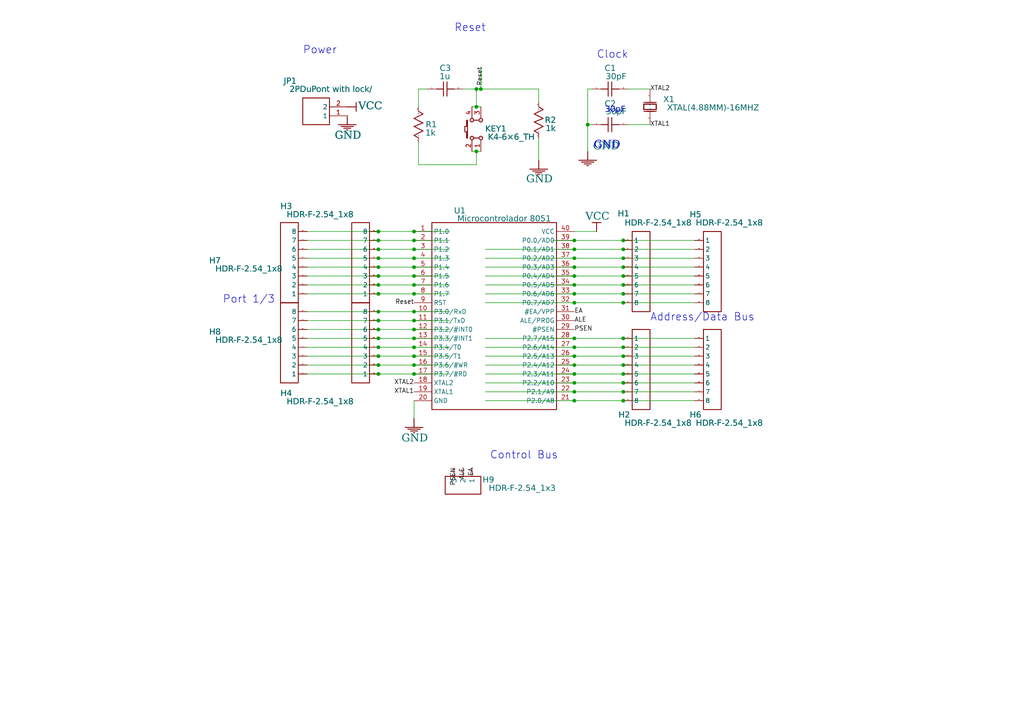
<source format=kicad_sch>
(kicad_sch (version 20250114) (generator "eeschema") (generator_version "9.0")
  (paper "User" 292.1 205.105)
  (lib_symbols
    (symbol "2PDuPont with lock/"
      (property "Reference" "JP1" (at -11.7856 9.4869 0))
      (property "Value" "2PDuPont with lock/" (at -11.9126 7.2009 0))
      (symbol "2PDuPont with lock/_0_0"
        (rectangle (start -6.35 3.81) (end 1.27 -3.81) (stroke (width 0.254)))
        (pin unspecified line (at 6.35 1.27 180) (length 5.08) (name "2") (number "2"))
        (pin unspecified line (at 6.35 -1.27 180) (length 5.08) (name "1") (number "1"))
      )
    )
    (symbol "CC4-0805-CG -50V-30pF-J"
      (property "Reference" "C1" (at -1.4986 6.7945 0))
      (property "Value" "30pF" (at -1.4986 4.4831 0))
      (symbol "CC4-0805-CG -50V-30pF-J_0_0"
        (polyline (pts (xy -0.508 0) (xy -2.54 0)) (stroke (width 0.254)))
        (polyline (pts (xy -0.508 -2.032) (xy -0.508 2.032)) (stroke (width 0.254)))
        (polyline (pts (xy 0.508 2.032) (xy 0.508 -2.032)) (stroke (width 0.254)))
        (polyline (pts (xy 2.54 0) (xy 0.508 0)) (stroke (width 0.254)))
        (pin unspecified line (at -5.08 0 0) (length 2.54) (name "1") (number "1"))
        (pin unspecified line (at 5.08 0 180) (length 2.54) (name "2") (number "2"))
      )
    )
    (symbol "CC4-0805-CG -50V-30pF-J_1"
      (property "Reference" "C2" (at -1.4986 6.7945 0))
      (property "Value" "30pF" (at -1.4224 4.6609 0))
      (symbol "CC4-0805-CG -50V-30pF-J_1_0_0"
        (polyline (pts (xy -0.508 0) (xy -2.54 0)) (stroke (width 0.254)))
        (polyline (pts (xy -0.508 -2.032) (xy -0.508 2.032)) (stroke (width 0.254)))
        (polyline (pts (xy 0.508 2.032) (xy 0.508 -2.032)) (stroke (width 0.254)))
        (polyline (pts (xy 2.54 0) (xy 0.508 0)) (stroke (width 0.254)))
        (pin unspecified line (at -5.08 0 0) (length 2.54) (name "1") (number "1"))
        (pin unspecified line (at 5.08 0 180) (length 2.54) (name "2") (number "2"))
      )
    )
    (symbol "C_RAD-0.1_US"
      (property "Reference" "C3" (at -1.5494 6.8199 0))
      (property "Value" "1u" (at -1.8288 4.4831 0))
      (symbol "C_RAD-0.1_US_0_0"
        (polyline (pts (xy -0.508 0) (xy -2.54 0)) (stroke (width 0.254)))
        (polyline (pts (xy -0.508 -2.032) (xy -0.508 2.032)) (stroke (width 0.254)))
        (polyline (pts (xy 0.508 2.032) (xy 0.508 -2.032)) (stroke (width 0.254)))
        (polyline (pts (xy 2.54 0) (xy 0.508 0)) (stroke (width 0.254)))
        (pin unspecified line (at -5.08 0 0) (length 2.54) (name "1") (number "1"))
        (pin unspecified line (at 5.08 0 180) (length 2.54) (name "2") (number "2"))
      )
    )
    (symbol "GND" (power) (pin_numbers (hide yes)) (pin_names (hide yes))
      (property "Value" "GND" (at 0 -6.35 0))
      (symbol "GND_0_0"
        (polyline (pts (xy -2.54 -2.54) (xy 2.54 -2.54)) (stroke (width 0.254)))
        (polyline (pts (xy -1.778 -3.048) (xy 1.778 -3.048)) (stroke (width 0.254)))
        (polyline (pts (xy -1.016 -3.556) (xy 1.016 -3.556)) (stroke (width 0.254)))
        (polyline (pts (xy -0.254 -4.064) (xy 0.254 -4.064)) (stroke (width 0.254)))
        (polyline (pts (xy 0 0) (xy 0 -2.54)) (stroke (width 0.254)))
        (pin power_in line (at 0 0 270) (length 0) (name "GND") (number "1"))
      )
    )
    (symbol "HDR-F-2.54_1x3"
      (property "Reference" "H9" (at 5.588 1.1303 0))
      (property "Value" "HDR-F-2.54_1x3" (at 5.588 -1.1811 0))
      (symbol "HDR-F-2.54_1x3_0_0"
        (rectangle (start -5.08 1.27) (end 5.08 -3.81) (stroke (width 0.254)))
        (pin input line (at -2.54 3.81 270) (length 2.54) (name "3") (number "3"))
        (pin input line (at 0 3.81 270) (length 2.54) (name "2") (number "2"))
        (pin input line (at 2.54 3.81 270) (length 2.54) (name "1") (number "1"))
      )
    )
    (symbol "HDR-F-2.54_1x8"
      (property "Reference" "H1" (at -6.6548 17.3609 0))
      (property "Value" "HDR-F-2.54_1x8" (at -6.4516 14.8209 0))
      (symbol "HDR-F-2.54_1x8_0_0"
        (rectangle (start -2.54 11.43) (end 2.54 -11.43) (stroke (width 0.254)))
        (pin unspecified line (at -5.08 8.89 0) (length 2.54) (name "1") (number "1"))
        (pin unspecified line (at -5.08 6.35 0) (length 2.54) (name "2") (number "2"))
        (pin unspecified line (at -5.08 3.81 0) (length 2.54) (name "3") (number "3"))
        (pin unspecified line (at -5.08 1.27 0) (length 2.54) (name "4") (number "4"))
        (pin unspecified line (at -5.08 -1.27 0) (length 2.54) (name "5") (number "5"))
        (pin unspecified line (at -5.08 -3.81 0) (length 2.54) (name "6") (number "6"))
        (pin unspecified line (at -5.08 -6.35 0) (length 2.54) (name "7") (number "7"))
        (pin unspecified line (at -5.08 -8.89 0) (length 2.54) (name "8") (number "8"))
      )
    )
    (symbol "HDR-F-2.54_1x8_1"
      (property "Reference" "H2" (at -6.4516 -12.0777 0))
      (property "Value" "HDR-F-2.54_1x8" (at -6.4516 -14.3637 0))
      (symbol "HDR-F-2.54_1x8_1_0_0"
        (rectangle (start -2.54 11.43) (end 2.54 -11.43) (stroke (width 0.254)))
        (pin unspecified line (at -5.08 8.89 0) (length 2.54) (name "1") (number "1"))
        (pin unspecified line (at -5.08 6.35 0) (length 2.54) (name "2") (number "2"))
        (pin unspecified line (at -5.08 3.81 0) (length 2.54) (name "3") (number "3"))
        (pin unspecified line (at -5.08 1.27 0) (length 2.54) (name "4") (number "4"))
        (pin unspecified line (at -5.08 -1.27 0) (length 2.54) (name "5") (number "5"))
        (pin unspecified line (at -5.08 -3.81 0) (length 2.54) (name "6") (number "6"))
        (pin unspecified line (at -5.08 -6.35 0) (length 2.54) (name "7") (number "7"))
        (pin unspecified line (at -5.08 -8.89 0) (length 2.54) (name "8") (number "8"))
      )
    )
    (symbol "HDR-F-2.54_1x8_2"
      (property "Reference" "H3" (at -22.86 16.9291 0))
      (property "Value" "HDR-F-2.54_1x8" (at -22.86 14.6431 0))
      (symbol "HDR-F-2.54_1x8_2_0_0"
        (rectangle (start -2.54 11.43) (end 2.54 -11.43) (stroke (width 0.254)))
        (pin unspecified line (at 5.08 8.89 180) (length 2.54) (name "8") (number "8"))
        (pin unspecified line (at 5.08 6.35 180) (length 2.54) (name "7") (number "7"))
        (pin unspecified line (at 5.08 3.81 180) (length 2.54) (name "6") (number "6"))
        (pin unspecified line (at 5.08 1.27 180) (length 2.54) (name "5") (number "5"))
        (pin unspecified line (at 5.08 -1.27 180) (length 2.54) (name "4") (number "4"))
        (pin unspecified line (at 5.08 -3.81 180) (length 2.54) (name "3") (number "3"))
        (pin unspecified line (at 5.08 -6.35 180) (length 2.54) (name "2") (number "2"))
        (pin unspecified line (at 5.08 -8.89 180) (length 2.54) (name "1") (number "1"))
      )
    )
    (symbol "HDR-F-2.54_1x8_3"
      (property "Reference" "H4" (at -22.86 -13.5509 0))
      (property "Value" "HDR-F-2.54_1x8" (at -22.86 -15.8369 0))
      (symbol "HDR-F-2.54_1x8_3_0_0"
        (rectangle (start -2.54 11.43) (end 2.54 -11.43) (stroke (width 0.254)))
        (pin unspecified line (at 5.08 8.89 180) (length 2.54) (name "8") (number "8"))
        (pin unspecified line (at 5.08 6.35 180) (length 2.54) (name "7") (number "7"))
        (pin unspecified line (at 5.08 3.81 180) (length 2.54) (name "6") (number "6"))
        (pin unspecified line (at 5.08 1.27 180) (length 2.54) (name "5") (number "5"))
        (pin unspecified line (at 5.08 -1.27 180) (length 2.54) (name "4") (number "4"))
        (pin unspecified line (at 5.08 -3.81 180) (length 2.54) (name "3") (number "3"))
        (pin unspecified line (at 5.08 -6.35 180) (length 2.54) (name "2") (number "2"))
        (pin unspecified line (at 5.08 -8.89 180) (length 2.54) (name "1") (number "1"))
      )
    )
    (symbol "HDR-F-2.54_1x8_4"
      (property "Reference" "H5" (at -6.4516 17.1069 0))
      (property "Value" "HDR-F-2.54_1x8" (at -6.4516 14.8209 0))
      (symbol "HDR-F-2.54_1x8_4_0_0"
        (rectangle (start -2.54 11.43) (end 2.54 -11.43) (stroke (width 0.254)))
        (pin unspecified line (at -5.08 8.89 0) (length 2.54) (name "1") (number "1"))
        (pin unspecified line (at -5.08 6.35 0) (length 2.54) (name "2") (number "2"))
        (pin unspecified line (at -5.08 3.81 0) (length 2.54) (name "3") (number "3"))
        (pin unspecified line (at -5.08 1.27 0) (length 2.54) (name "4") (number "4"))
        (pin unspecified line (at -5.08 -1.27 0) (length 2.54) (name "5") (number "5"))
        (pin unspecified line (at -5.08 -3.81 0) (length 2.54) (name "6") (number "6"))
        (pin unspecified line (at -5.08 -6.35 0) (length 2.54) (name "7") (number "7"))
        (pin unspecified line (at -5.08 -8.89 0) (length 2.54) (name "8") (number "8"))
      )
    )
    (symbol "HDR-F-2.54_1x8_5"
      (property "Reference" "H6" (at -6.4516 -12.0777 0))
      (property "Value" "HDR-F-2.54_1x8" (at -6.4516 -14.3637 0))
      (symbol "HDR-F-2.54_1x8_5_0_0"
        (rectangle (start -2.54 11.43) (end 2.54 -11.43) (stroke (width 0.254)))
        (pin unspecified line (at -5.08 8.89 0) (length 2.54) (name "1") (number "1"))
        (pin unspecified line (at -5.08 6.35 0) (length 2.54) (name "2") (number "2"))
        (pin unspecified line (at -5.08 3.81 0) (length 2.54) (name "3") (number "3"))
        (pin unspecified line (at -5.08 1.27 0) (length 2.54) (name "4") (number "4"))
        (pin unspecified line (at -5.08 -1.27 0) (length 2.54) (name "5") (number "5"))
        (pin unspecified line (at -5.08 -3.81 0) (length 2.54) (name "6") (number "6"))
        (pin unspecified line (at -5.08 -6.35 0) (length 2.54) (name "7") (number "7"))
        (pin unspecified line (at -5.08 -8.89 0) (length 2.54) (name "8") (number "8"))
      )
    )
    (symbol "HDR-F-2.54_1x8_6"
      (property "Reference" "H7" (at -22.86 1.4351 0))
      (property "Value" "HDR-F-2.54_1x8" (at -22.86 -0.8509 0))
      (symbol "HDR-F-2.54_1x8_6_0_0"
        (rectangle (start -2.54 11.43) (end 2.54 -11.43) (stroke (width 0.254)))
        (pin unspecified line (at 5.08 8.89 180) (length 2.54) (name "8") (number "8"))
        (pin unspecified line (at 5.08 6.35 180) (length 2.54) (name "7") (number "7"))
        (pin unspecified line (at 5.08 3.81 180) (length 2.54) (name "6") (number "6"))
        (pin unspecified line (at 5.08 1.27 180) (length 2.54) (name "5") (number "5"))
        (pin unspecified line (at 5.08 -1.27 180) (length 2.54) (name "4") (number "4"))
        (pin unspecified line (at 5.08 -3.81 180) (length 2.54) (name "3") (number "3"))
        (pin unspecified line (at 5.08 -6.35 180) (length 2.54) (name "2") (number "2"))
        (pin unspecified line (at 5.08 -8.89 180) (length 2.54) (name "1") (number "1"))
      )
    )
    (symbol "HDR-F-2.54_1x8_7"
      (property "Reference" "H8" (at -22.86 3.9751 0))
      (property "Value" "HDR-F-2.54_1x8" (at -22.86 1.6891 0))
      (symbol "HDR-F-2.54_1x8_7_0_0"
        (rectangle (start -2.54 11.43) (end 2.54 -11.43) (stroke (width 0.254)))
        (pin unspecified line (at 5.08 8.89 180) (length 2.54) (name "8") (number "8"))
        (pin unspecified line (at 5.08 6.35 180) (length 2.54) (name "7") (number "7"))
        (pin unspecified line (at 5.08 3.81 180) (length 2.54) (name "6") (number "6"))
        (pin unspecified line (at 5.08 1.27 180) (length 2.54) (name "5") (number "5"))
        (pin unspecified line (at 5.08 -1.27 180) (length 2.54) (name "4") (number "4"))
        (pin unspecified line (at 5.08 -3.81 180) (length 2.54) (name "3") (number "3"))
        (pin unspecified line (at 5.08 -6.35 180) (length 2.54) (name "2") (number "2"))
        (pin unspecified line (at 5.08 -8.89 180) (length 2.54) (name "1") (number "1"))
      )
    )
    (symbol "K4-6×6_TH"
      (property "Reference" "KEY1" (at 2.54 0.9271 0))
      (property "Value" "K4-6×6_TH" (at 2.286 -1.3589 0))
      (symbol "K4-6×6_TH_0_0"
        (polyline (pts (xy -2.54 -2.54) (xy -2.54 2.54) (xy -2.794 2.54) (xy -2.794 0.762) (xy -3.302 0.762) (xy -3.302 -0.762) (xy -2.794 -0.762) (xy -2.794 -2.54) (xy -2.54 -2.54)) (stroke (width 0.254)))
        (circle (center -1.27 2.54) (radius 0.508) (stroke (width 0.254)))
        (circle (center -1.27 -2.54) (radius 0.508) (stroke (width 0.254)))
        (polyline (pts (xy 0.762 2.54) (xy -0.762 2.54)) (stroke (width 0.254)))
        (polyline (pts (xy 0.762 -2.54) (xy -0.762 -2.54)) (stroke (width 0.254)))
        (circle (center 1.27 2.54) (radius 0.508) (stroke (width 0.254)))
        (circle (center 1.27 -2.54) (radius 0.508) (stroke (width 0.254)))
        (pin unspecified line (at -1.27 6.35 270) (length 3.302) (name "4") (number "4"))
        (pin unspecified line (at -1.27 -6.35 90) (length 3.302) (name "2") (number "2"))
        (pin unspecified line (at 1.27 6.35 270) (length 3.302) (name "3") (number "3"))
        (pin unspecified line (at 1.27 -6.35 90) (length 3.302) (name "1") (number "1"))
      )
    )
    (symbol "Microcontrolador 8051"
      (property "Reference" "U1" (at -11.43 32.1691 0))
      (property "Value" "Microcontrolador 8051" (at -11.8364 29.9593 0))
      (symbol "Microcontrolador 8051_0_0"
        (rectangle (start -17.78 27.94) (end 17.78 -25.4) (stroke (width 0.254)))
        (pin bidirectional line (at -22.86 25.4 0) (length 5.08) (name "P1.0") (number "1"))
        (pin bidirectional line (at -22.86 22.86 0) (length 5.08) (name "P1.1") (number "2"))
        (pin bidirectional line (at -22.86 20.32 0) (length 5.08) (name "P1.2") (number "3"))
        (pin bidirectional line (at -22.86 17.78 0) (length 5.08) (name "P1.3") (number "4"))
        (pin bidirectional line (at -22.86 15.24 0) (length 5.08) (name "P1.4") (number "5"))
        (pin bidirectional line (at -22.86 12.7 0) (length 5.08) (name "P1.5") (number "6"))
        (pin bidirectional line (at -22.86 10.16 0) (length 5.08) (name "P1.6") (number "7"))
        (pin bidirectional line (at -22.86 7.62 0) (length 5.08) (name "P1.7") (number "8"))
        (pin input line (at -22.86 5.08 0) (length 5.08) (name "RST") (number "9"))
        (pin bidirectional line (at -22.86 2.54 0) (length 5.08) (name "P3.0/RxD") (number "10"))
        (pin bidirectional line (at -22.86 0 0) (length 5.08) (name "P3.1/TxD") (number "11"))
        (pin bidirectional line (at -22.86 -2.54 0) (length 5.08) (name "P3.2/#INT0") (number "12"))
        (pin bidirectional line (at -22.86 -5.08 0) (length 5.08) (name "P3.3/#INT1") (number "13"))
        (pin bidirectional line (at -22.86 -7.62 0) (length 5.08) (name "P3.4/T0") (number "14"))
        (pin bidirectional line (at -22.86 -10.16 0) (length 5.08) (name "P3.5/T1") (number "15"))
        (pin bidirectional line (at -22.86 -12.7 0) (length 5.08) (name "P3.6/#WR") (number "16"))
        (pin bidirectional line (at -22.86 -15.24 0) (length 5.08) (name "P3.7/#RD") (number "17"))
        (pin unspecified line (at -22.86 -17.78 0) (length 5.08) (name "XTAL2") (number "18"))
        (pin unspecified line (at -22.86 -20.32 0) (length 5.08) (name "XTAL1") (number "19"))
        (pin passive line (at -22.86 -22.86 0) (length 5.08) (name "GND") (number "20"))
        (pin passive line (at 22.86 25.4 180) (length 5.08) (name "VCC") (number "40"))
        (pin bidirectional line (at 22.86 22.86 180) (length 5.08) (name "P0.0/AD0") (number "39"))
        (pin bidirectional line (at 22.86 20.32 180) (length 5.08) (name "P0.1/AD1") (number "38"))
        (pin bidirectional line (at 22.86 17.78 180) (length 5.08) (name "P0.2/AD2") (number "37"))
        (pin bidirectional line (at 22.86 15.24 180) (length 5.08) (name "P0.3/AD3") (number "36"))
        (pin bidirectional line (at 22.86 12.7 180) (length 5.08) (name "P0.4/AD4") (number "35"))
        (pin bidirectional line (at 22.86 10.16 180) (length 5.08) (name "P0.5/AD5") (number "34"))
        (pin bidirectional line (at 22.86 7.62 180) (length 5.08) (name "P0.6/AD6") (number "33"))
        (pin bidirectional line (at 22.86 5.08 180) (length 5.08) (name "P0.7/AD7") (number "32"))
        (pin unspecified line (at 22.86 2.54 180) (length 5.08) (name "#EA/VPP") (number "31"))
        (pin unspecified line (at 22.86 0 180) (length 5.08) (name "ALE/PROG") (number "30"))
        (pin unspecified line (at 22.86 -2.54 180) (length 5.08) (name "#PSEN") (number "29"))
        (pin bidirectional line (at 22.86 -5.08 180) (length 5.08) (name "P2.7/A15") (number "28"))
        (pin bidirectional line (at 22.86 -7.62 180) (length 5.08) (name "P2.6/A14") (number "27"))
        (pin bidirectional line (at 22.86 -10.16 180) (length 5.08) (name "P2.5/A13") (number "26"))
        (pin bidirectional line (at 22.86 -12.7 180) (length 5.08) (name "P2.4/A12") (number "25"))
        (pin bidirectional line (at 22.86 -15.24 180) (length 5.08) (name "P2.3/A11") (number "24"))
        (pin bidirectional line (at 22.86 -17.78 180) (length 5.08) (name "P2.2/A10") (number "23"))
        (pin bidirectional line (at 22.86 -20.32 180) (length 5.08) (name "P2.1/A9") (number "22"))
        (pin bidirectional line (at 22.86 -22.86 180) (length 5.08) (name "P2.0/A8") (number "21"))
      )
    )
    (symbol "R_AXIAL-0.5_US"
      (property "Reference" "R2" (at 1.778 0.8763 0))
      (property "Value" "1k" (at 1.778 -1.4351 0))
      (symbol "R_AXIAL-0.5_US_0_0"
        (polyline (pts (xy -1.27 1.778) (xy 1.27 0.508)) (stroke (width 0.254)))
        (polyline (pts (xy -1.27 -0.508) (xy 1.27 -1.778)) (stroke (width 0.254)))
        (polyline (pts (xy -1.27 -3.048) (xy 0 -3.81)) (stroke (width 0.254)))
        (polyline (pts (xy 0 3.81) (xy 1.27 3.048)) (stroke (width 0.254)))
        (polyline (pts (xy 1.27 3.048) (xy -1.27 1.778)) (stroke (width 0.254)))
        (polyline (pts (xy 1.27 0.508) (xy -1.27 -0.508)) (stroke (width 0.254)))
        (polyline (pts (xy 1.27 -1.778) (xy -1.27 -3.048)) (stroke (width 0.254)))
        (pin unspecified line (at 0 5.08 270) (length 1.27) (name "2") (number "2"))
        (pin unspecified line (at 0 -5.08 90) (length 1.27) (name "1") (number "1"))
      )
    )
    (symbol "R_AXIAL-0.5_US_1"
      (property "Reference" "R1" (at 2.0574 0.8763 0))
      (property "Value" "1k" (at 1.778 -1.4605 0))
      (symbol "R_AXIAL-0.5_US_1_0_0"
        (polyline (pts (xy -1.27 1.778) (xy 1.27 0.508)) (stroke (width 0.254)))
        (polyline (pts (xy -1.27 -0.508) (xy 1.27 -1.778)) (stroke (width 0.254)))
        (polyline (pts (xy -1.27 -3.048) (xy 0 -3.81)) (stroke (width 0.254)))
        (polyline (pts (xy 0 3.81) (xy 1.27 3.048)) (stroke (width 0.254)))
        (polyline (pts (xy 1.27 3.048) (xy -1.27 1.778)) (stroke (width 0.254)))
        (polyline (pts (xy 1.27 0.508) (xy -1.27 -0.508)) (stroke (width 0.254)))
        (polyline (pts (xy 1.27 -1.778) (xy -1.27 -3.048)) (stroke (width 0.254)))
        (pin unspecified line (at 0 5.08 270) (length 1.27) (name "2") (number "2"))
        (pin unspecified line (at 0 -5.08 90) (length 1.27) (name "1") (number "1"))
      )
    )
    (symbol "VCC" (power) (pin_numbers (hide yes)) (pin_names (hide yes))
      (property "Value" "VCC" (at 0 -3.81 0))
      (symbol "VCC_0_0"
        (polyline (pts (xy -1.27 -2.54) (xy 1.27 -2.54)) (stroke (width 0.254)))
        (polyline (pts (xy 0 0) (xy 0 -2.54)) (stroke (width 0.254)))
        (pin power_in line (at 0 0 270) (length 0) (name "VCC") (number "1"))
      )
    )
    (symbol "XTAL(4.88MM)-16MHZ"
      (property "Reference" "X1" (at 3.81 2.9591 0))
      (property "Value" "XTAL(4.88MM)-16MHZ" (at 3.81 0.6477 0))
      (symbol "XTAL(4.88MM)-16MHZ_0_0"
        (polyline (pts (xy -1.778 1.27) (xy 1.778 1.27)) (stroke (width 0.254)))
        (polyline (pts (xy -1.778 0.762) (xy 1.778 0.762) (xy 1.778 -0.762) (xy -1.778 -0.762)) (stroke (width 0.254)))
        (polyline (pts (xy -1.778 -0.762) (xy -1.778 0.762)) (stroke (width 0.254)))
        (polyline (pts (xy -1.778 -1.27) (xy 1.778 -1.27)) (stroke (width 0.254)))
        (polyline (pts (xy -1.016 1.27) (xy 1.016 1.27)) (stroke (width 0.254)))
        (polyline (pts (xy -1.016 -1.27) (xy 1.016 -1.27)) (stroke (width 0.254)))
        (polyline (pts (xy 1.778 -0.762) (xy -1.778 -0.762) (xy -1.778 0.762) (xy 1.778 0.762) (xy 1.778 -0.762)) (stroke (width 0.254)))
        (pin input line (at 0 5.08 270) (length 3.81) (name "OSC2") (number "2"))
        (pin input line (at 0 -5.08 90) (length 3.81) (name "OSC1") (number "1"))
      )
    )
  )
  (text "Control Bus" (at 139.7 128.6383 0) (effects (font (size 2.1717 2.1717)) (justify left top)))
  (text "GND" (at 169.418 40.7543 0) (effects (font (size 2.1717 2.1717)) (justify left top)))
  (text "Address/Data Bus" (at 185.42 89.2683 0) (effects (font (size 2.1717 2.1717)) (justify left top)))
  (text "Power" (at 86.36 13.0683 0) (effects (font (size 2.1717 2.1717)) (justify left top)))
  (text "Port 1/3" (at 63.5 84.1883 0) (effects (font (size 2.1717 2.1717)) (justify left top)))
  (text "Reset" (at 129.54 6.7183 0) (effects (font (size 2.1717 2.1717)) (justify left top)))
  (text "30pF" (at 172.5422 30.8991 0) (effects (font (size 1.6891 1.6891)) (justify left top)))
  (text "Clock" (at 170.18 14.3383 0) (effects (font (size 2.1717 2.1717)) (justify left top)))
  (junction (at 163.83 96.52))
  (junction (at 177.8 81.28))
  (junction (at 177.8 76.2))
  (junction (at 163.83 101.6))
  (junction (at 118.11 66.04))
  (junction (at 118.11 71.12))
  (junction (at 163.83 86.36))
  (junction (at 135.89 25.4))
  (junction (at 163.83 83.82))
  (junction (at 135.89 30.48))
  (junction (at 177.8 101.6))
  (junction (at 107.95 81.28))
  (junction (at 118.11 76.2))
  (junction (at 163.83 68.58))
  (junction (at 107.95 83.82))
  (junction (at 107.95 96.52))
  (junction (at 107.95 106.68))
  (junction (at 118.11 106.68))
  (junction (at 118.11 93.98))
  (junction (at 135.89 43.18))
  (junction (at 118.11 83.82))
  (junction (at 107.95 71.12))
  (junction (at 177.8 109.22))
  (junction (at 163.83 81.28))
  (junction (at 107.95 66.04))
  (junction (at 163.83 73.66))
  (junction (at 118.11 91.44))
  (junction (at 177.8 86.36))
  (junction (at 163.83 71.12))
  (junction (at 107.95 73.66))
  (junction (at 177.8 106.68))
  (junction (at 177.8 96.52))
  (junction (at 107.95 68.58))
  (junction (at 118.11 73.66))
  (junction (at 177.8 73.66))
  (junction (at 118.11 81.28))
  (junction (at 107.95 78.74))
  (junction (at 118.11 88.9))
  (junction (at 137.16 25.4))
  (junction (at 118.11 78.74))
  (junction (at 163.83 111.76))
  (junction (at 177.8 111.76))
  (junction (at 118.11 99.06))
  (junction (at 118.11 104.14))
  (junction (at 177.8 68.58))
  (junction (at 177.8 104.14))
  (junction (at 118.11 68.58))
  (junction (at 163.83 114.3))
  (junction (at 163.83 104.14))
  (junction (at 163.83 109.22))
  (junction (at 177.8 71.12))
  (junction (at 107.95 104.14))
  (junction (at 107.95 101.6))
  (junction (at 163.83 99.06))
  (junction (at 177.8 114.3))
  (junction (at 163.83 76.2))
  (junction (at 163.83 106.68))
  (junction (at 167.64 35.56))
  (junction (at 107.95 99.06))
  (junction (at 163.83 78.74))
  (junction (at 107.95 76.2))
  (junction (at 118.11 96.52))
  (junction (at 107.95 91.44))
  (junction (at 107.95 88.9))
  (junction (at 177.8 99.06))
  (junction (at 177.8 83.82))
  (junction (at 177.8 78.74))
  (junction (at 118.11 101.6))
  (junction (at 107.95 93.98))
  (wire (pts (xy 87.63 99.06) (xy 107.95 99.06)))
  (wire (pts (xy 163.83 104.14) (xy 138.43 104.14)))
  (wire (pts (xy 87.63 83.82) (xy 107.95 83.82)))
  (wire (pts (xy 118.11 101.6) (xy 128.27 101.6)))
  (wire (pts (xy 163.83 83.82) (xy 177.8 83.82)))
  (wire (pts (xy 163.83 71.12) (xy 138.43 71.12)))
  (wire (pts (xy 167.64 43.18) (xy 167.64 35.56)))
  (wire (pts (xy 163.83 114.3) (xy 138.43 114.3)))
  (wire (pts (xy 87.63 93.98) (xy 107.95 93.98)))
  (wire (pts (xy 153.67 25.4) (xy 153.67 29.21)))
  (wire (pts (xy 107.95 76.2) (xy 118.11 76.2)))
  (wire (pts (xy 107.95 91.44) (xy 118.11 91.44)))
  (wire (pts (xy 118.11 93.98) (xy 128.27 93.98)))
  (wire (pts (xy 135.89 30.48) (xy 137.16 30.48)))
  (wire (pts (xy 87.63 101.6) (xy 107.95 101.6)))
  (wire (pts (xy 87.63 78.74) (xy 107.95 78.74)))
  (wire (pts (xy 177.8 111.76) (xy 198.12 111.76)))
  (wire (pts (xy 198.12 96.52) (xy 177.8 96.52)))
  (wire (pts (xy 107.95 66.04) (xy 118.11 66.04)))
  (wire (pts (xy 163.83 73.66) (xy 177.8 73.66)))
  (wire (pts (xy 177.8 68.58) (xy 163.83 68.58)))
  (wire (pts (xy 163.83 111.76) (xy 177.8 111.76)))
  (wire (pts (xy 163.83 83.82) (xy 138.43 83.82)))
  (wire (pts (xy 137.16 25.4) (xy 153.67 25.4)))
  (wire (pts (xy 198.12 114.3) (xy 177.8 114.3)))
  (wire (pts (xy 134.62 30.48) (xy 135.89 30.48)))
  (wire (pts (xy 118.11 88.9) (xy 128.27 88.9)))
  (wire (pts (xy 87.63 76.2) (xy 107.95 76.2)))
  (wire (pts (xy 119.38 40.64) (xy 119.38 46.99)))
  (wire (pts (xy 163.83 96.52) (xy 138.43 96.52)))
  (wire (pts (xy 153.67 45.72) (xy 153.67 39.37)))
  (wire (pts (xy 135.89 43.18) (xy 135.89 46.99)))
  (wire (pts (xy 118.11 78.74) (xy 128.27 78.74)))
  (wire (pts (xy 87.63 66.04) (xy 107.95 66.04)))
  (wire (pts (xy 107.95 99.06) (xy 118.11 99.06)))
  (wire (pts (xy 198.12 76.2) (xy 177.8 76.2)))
  (wire (pts (xy 107.95 78.74) (xy 118.11 78.74)))
  (wire (pts (xy 107.95 73.66) (xy 118.11 73.66)))
  (wire (pts (xy 163.83 106.68) (xy 177.8 106.68)))
  (wire (pts (xy 198.12 99.06) (xy 177.8 99.06)))
  (wire (pts (xy 170.18 66.04) (xy 163.83 66.04)))
  (wire (pts (xy 138.43 111.76) (xy 163.83 111.76)))
  (wire (pts (xy 107.95 104.14) (xy 118.11 104.14)))
  (wire (pts (xy 168.91 25.4) (xy 167.64 25.4)))
  (wire (pts (xy 107.95 93.98) (xy 118.11 93.98)))
  (wire (pts (xy 163.83 71.12) (xy 177.8 71.12)))
  (wire (pts (xy 107.95 81.28) (xy 118.11 81.28)))
  (wire (pts (xy 132.08 25.4) (xy 135.89 25.4)))
  (wire (pts (xy 163.83 114.3) (xy 177.8 114.3)))
  (wire (pts (xy 87.63 91.44) (xy 107.95 91.44)))
  (wire (pts (xy 118.11 96.52) (xy 128.27 96.52)))
  (wire (pts (xy 163.83 86.36) (xy 177.8 86.36)))
  (wire (pts (xy 177.8 106.68) (xy 198.12 106.68)))
  (wire (pts (xy 163.83 76.2) (xy 138.43 76.2)))
  (wire (pts (xy 179.07 35.56) (xy 185.42 35.56)))
  (wire (pts (xy 198.12 78.74) (xy 177.8 78.74)))
  (wire (pts (xy 87.63 73.66) (xy 107.95 73.66)))
  (wire (pts (xy 118.11 81.28) (xy 128.27 81.28)))
  (wire (pts (xy 135.89 25.4) (xy 135.89 30.48)))
  (wire (pts (xy 135.89 25.4) (xy 137.16 25.4)))
  (wire (pts (xy 118.11 68.58) (xy 128.27 68.58)))
  (wire (pts (xy 163.83 96.52) (xy 177.8 96.52)))
  (wire (pts (xy 118.11 71.12) (xy 128.27 71.12)))
  (wire (pts (xy 107.95 71.12) (xy 118.11 71.12)))
  (wire (pts (xy 107.95 106.68) (xy 118.11 106.68)))
  (wire (pts (xy 163.83 109.22) (xy 177.8 109.22)))
  (wire (pts (xy 198.12 83.82) (xy 177.8 83.82)))
  (wire (pts (xy 198.12 104.14) (xy 177.8 104.14)))
  (wire (pts (xy 87.63 88.9) (xy 107.95 88.9)))
  (wire (pts (xy 177.8 101.6) (xy 198.12 101.6)))
  (wire (pts (xy 163.83 109.22) (xy 138.43 109.22)))
  (wire (pts (xy 118.11 104.14) (xy 128.27 104.14)))
  (wire (pts (xy 167.64 35.56) (xy 168.91 35.56)))
  (wire (pts (xy 87.63 71.12) (xy 107.95 71.12)))
  (wire (pts (xy 118.11 73.66) (xy 128.27 73.66)))
  (wire (pts (xy 138.43 106.68) (xy 163.83 106.68)))
  (wire (pts (xy 138.43 101.6) (xy 163.83 101.6)))
  (wire (pts (xy 198.12 109.22) (xy 177.8 109.22)))
  (wire (pts (xy 118.11 106.68) (xy 128.27 106.68)))
  (wire (pts (xy 135.89 46.99) (xy 119.38 46.99)))
  (wire (pts (xy 107.95 68.58) (xy 118.11 68.58)))
  (wire (pts (xy 118.11 83.82) (xy 128.27 83.82)))
  (wire (pts (xy 163.83 81.28) (xy 138.43 81.28)))
  (wire (pts (xy 163.83 99.06) (xy 138.43 99.06)))
  (wire (pts (xy 163.83 68.58) (xy 157.48 68.58)))
  (wire (pts (xy 167.64 25.4) (xy 167.64 35.56)))
  (wire (pts (xy 163.83 78.74) (xy 177.8 78.74)))
  (wire (pts (xy 163.83 99.06) (xy 177.8 99.06)))
  (wire (pts (xy 137.16 19.05) (xy 137.16 25.4)))
  (wire (pts (xy 107.95 88.9) (xy 118.11 88.9)))
  (wire (pts (xy 163.83 81.28) (xy 177.8 81.28)))
  (wire (pts (xy 118.11 119.38) (xy 118.11 114.3)))
  (wire (pts (xy 107.95 101.6) (xy 118.11 101.6)))
  (wire (pts (xy 119.38 25.4) (xy 119.38 30.48)))
  (wire (pts (xy 107.95 83.82) (xy 118.11 83.82)))
  (wire (pts (xy 198.12 81.28) (xy 177.8 81.28)))
  (wire (pts (xy 177.8 68.58) (xy 198.12 68.58)))
  (wire (pts (xy 118.11 66.04) (xy 128.27 66.04)))
  (wire (pts (xy 134.62 43.18) (xy 135.89 43.18)))
  (wire (pts (xy 179.07 25.4) (xy 185.42 25.4)))
  (wire (pts (xy 87.63 96.52) (xy 107.95 96.52)))
  (wire (pts (xy 163.83 76.2) (xy 177.8 76.2)))
  (wire (pts (xy 121.92 25.4) (xy 119.38 25.4)))
  (wire (pts (xy 163.83 78.74) (xy 138.43 78.74)))
  (wire (pts (xy 198.12 71.12) (xy 177.8 71.12)))
  (wire (pts (xy 163.83 101.6) (xy 177.8 101.6)))
  (wire (pts (xy 87.63 104.14) (xy 107.95 104.14)))
  (wire (pts (xy 118.11 91.44) (xy 128.27 91.44)))
  (wire (pts (xy 163.83 73.66) (xy 138.43 73.66)))
  (wire (pts (xy 87.63 68.58) (xy 107.95 68.58)))
  (wire (pts (xy 107.95 96.52) (xy 118.11 96.52)))
  (wire (pts (xy 163.83 104.14) (xy 177.8 104.14)))
  (wire (pts (xy 163.83 86.36) (xy 138.43 86.36)))
  (wire (pts (xy 87.63 81.28) (xy 107.95 81.28)))
  (wire (pts (xy 135.89 43.18) (xy 137.16 43.18)))
  (wire (pts (xy 118.11 99.06) (xy 128.27 99.06)))
  (wire (pts (xy 198.12 86.36) (xy 177.8 86.36)))
  (wire (pts (xy 198.12 73.66) (xy 177.8 73.66)))
  (wire (pts (xy 118.11 76.2) (xy 128.27 76.2)))
  (wire (pts (xy 87.63 106.68) (xy 107.95 106.68)))
  (label "EA" (at 134.62 133.35 270))
  (label "PSEN" (at 129.54 133.35 270))
  (label "XTAL1" (at 118.11 111.76 180))
  (label "ALE" (at 163.83 91.44 0))
  (label "PSEN" (at 163.83 93.98 0))
  (label "ALE" (at 132.08 133.35 270))
  (label "XTAL1" (at 185.42 35.56 0))
  (label "Reset" (at 137.16 19.05 270))
  (label "XTAL2" (at 185.42 25.4 0))
  (label "XTAL2" (at 118.11 109.22 180))
  (label "EA" (at 163.83 88.9 0))
  (label "Reset" (at 118.11 86.36 180))
  (symbol (lib_id "GND") (at 153.67 45.72 0) (unit 0)
    (property "Reference" "#PWR0102" (effects (hide yes)))
    (property "Value" "GND" (at 150.368 52.324 0) (effects (font (size 2.1717 2.1717)) (justify left bottom)))
    (property "Description" "Power symbol creates a global label with name 'GND'" (effects (hide yes)))
  )
  (symbol (lib_id "VCC") (at 99.06 30.48 90) (mirror x) (unit 0)
    (property "Reference" "#PWR0106" (effects (hide yes)))
    (property "Value" "VCC" (at 102.3366 31.496 -270) (effects (font (size 2.1717 2.1717)) (justify right bottom)))
    (property "Description" "Power symbol creates a global label with name 'VCC'" (effects (hide yes)))
  )
  (symbol (lib_id "XTAL(4.88MM)-16MHZ") (at 185.42 30.48 0) (unit 0)
    (property "Reference" "X1" (at 189.23 27.5209 0) (effects (font (size 1.6891 1.6891)) (justify left top)))
    (property "Value" "XTAL(4.88MM)-16MHZ" (at 189.23 29.8323 0) (effects (font (size 1.6891 1.6891)) (justify left top)))
    (property "Manufacturer Part" "XTAL(4.88MM)-16MHz" (effects (hide yes)))
    (property "Manufacturer" "null" (effects (hide yes)))
    (property "Supplier Part" "C9900003121" (effects (hide yes)))
    (property "Supplier" "LCSC" (effects (hide yes)))
  )
  (symbol (lib_id "CC4-0805-CG -50V-30pF-J_1") (at 173.99 35.56 0) (unit 0)
    (property "Reference" "C2" (at 172.4914 28.7655 0) (effects (font (size 1.6891 1.6891)) (justify left top)))
    (property "Value" "30pF" (at 172.5676 30.8991 0) (effects (font (size 1.6891 1.6891)) (justify left top)))
    (property "Manufacturer Part" "CC4-0805-CG-50V-30pF-J" (effects (hide yes)))
    (property "Manufacturer" "TORCH(火炬)" (effects (hide yes)))
    (property "Supplier Part" "C123148" (effects (hide yes)))
    (property "Supplier" "LCSC" (effects (hide yes)))
  )
  (symbol (lib_id "VCC") (at 170.18 66.04 0) (mirror x) (unit 0)
    (property "Reference" "#PWR0104" (effects (hide yes)))
    (property "Value" "VCC" (at 167.132 62.992 0) (effects (font (size 2.1717 2.1717)) (justify left top)))
    (property "Description" "Power symbol creates a global label with name 'VCC'" (effects (hide yes)))
  )
  (symbol (lib_id "HDR-F-2.54_1x8_4") (at 203.2 77.47 0) (unit 0)
    (property "Reference" "H5" (at 196.7484 60.3631 0) (effects (font (size 1.6891 1.6891)) (justify left top)))
    (property "Value" "HDR-F-2.54_1x8" (at 196.7484 62.6491 0) (effects (font (size 1.6891 1.6891)) (justify left top)))
    (property "Supplier Part" "C225505" (effects (hide yes)))
    (property "Supplier" "LCSC" (effects (hide yes)))
  )
  (symbol (lib_id "CC4-0805-CG -50V-30pF-J") (at 173.99 25.4 0) (unit 0)
    (property "Reference" "C1" (at 172.4914 18.6055 0) (effects (font (size 1.6891 1.6891)) (justify left top)))
    (property "Value" "30pF" (at 172.4914 20.9169 0) (effects (font (size 1.6891 1.6891)) (justify left top)))
    (property "Manufacturer Part" "CC4-0805-CG-50V-30pF-J" (effects (hide yes)))
    (property "Manufacturer" "TORCH(火炬)" (effects (hide yes)))
    (property "Supplier Part" "C123148" (effects (hide yes)))
    (property "Supplier" "LCSC" (effects (hide yes)))
  )
  (symbol (lib_id "HDR-F-2.54_1x8_3") (at 102.87 97.79 0) (unit 0)
    (property "Reference" "H4" (at 80.01 111.3409 0) (effects (font (size 1.6891 1.6891)) (justify left top)))
    (property "Value" "HDR-F-2.54_1x8" (at 80.01 113.6269 0) (effects (font (size 1.6891 1.6891)) (justify left top)))
    (property "Supplier Part" "C225505" (effects (hide yes)))
    (property "Supplier" "LCSC" (effects (hide yes)))
  )
  (symbol (lib_id "HDR-F-2.54_1x8") (at 182.88 77.47 0) (unit 0)
    (property "Reference" "H1" (at 176.2252 60.1091 0) (effects (font (size 1.6891 1.6891)) (justify left top)))
    (property "Value" "HDR-F-2.54_1x8" (at 176.4284 62.6491 0) (effects (font (size 1.6891 1.6891)) (justify left top)))
    (property "Supplier Part" "C225505" (effects (hide yes)))
    (property "Supplier" "LCSC" (effects (hide yes)))
  )
  (symbol (lib_id "C_RAD-0.1_US") (at 127 25.4 0) (unit 0)
    (property "Reference" "C3" (at 125.4506 18.5801 0) (effects (font (size 1.6891 1.6891)) (justify left top)))
    (property "Value" "1u" (at 125.1712 20.9169 0) (effects (font (size 1.6891 1.6891)) (justify left top)))
  )
  (symbol (lib_id "HDR-F-2.54_1x8_2") (at 102.87 74.93 0) (unit 0)
    (property "Reference" "H3" (at 80.01 58.0009 0) (effects (font (size 1.6891 1.6891)) (justify left top)))
    (property "Value" "HDR-F-2.54_1x8" (at 80.01 60.2869 0) (effects (font (size 1.6891 1.6891)) (justify left top)))
    (property "Supplier Part" "C225505" (effects (hide yes)))
    (property "Supplier" "LCSC" (effects (hide yes)))
  )
  (symbol (lib_id "GND") (at 99.06 33.02 0) (unit 0)
    (property "Reference" "#PWR0105" (effects (hide yes)))
    (property "Value" "GND" (at 95.758 39.878 0) (effects (font (size 2.1717 2.1717)) (justify left bottom)))
    (property "Description" "Power symbol creates a global label with name 'GND'" (effects (hide yes)))
  )
  (symbol (lib_id "R_AXIAL-0.5_US") (at 153.67 34.29 0) (unit 0)
    (property "Reference" "R2" (at 155.448 33.4137 0) (effects (font (size 1.6891 1.6891)) (justify left top)))
    (property "Value" "1k" (at 155.448 35.7251 0) (effects (font (size 1.6891 1.6891)) (justify left top)))
  )
  (symbol (lib_id "Microcontrolador 8051") (at 140.97 91.44 0) (unit 0)
    (property "Reference" "U1" (at 129.54 59.2709 0) (effects (font (size 1.6891 1.6891)) (justify left top)))
    (property "Value" "Microcontrolador 8051" (at 129.1336 61.4807 0) (effects (font (size 1.6891 1.6891)) (justify left top)))
    (property "Manufacturer Part" "Microcontrolador" (effects (hide yes)))
    (property "Manufacturer" "Intel" (effects (hide yes)))
    (property "Supplier Part" "STC8H8K64U-45I-PDIP40" (effects (hide yes)))
    (property "Supplier" "LCSC" (effects (hide yes)))
  )
  (symbol (lib_id "HDR-F-2.54_1x8_5") (at 203.2 105.41 0) (unit 0)
    (property "Reference" "H6" (at 196.7484 117.4877 0) (effects (font (size 1.6891 1.6891)) (justify left top)))
    (property "Value" "HDR-F-2.54_1x8" (at 196.7484 119.7737 0) (effects (font (size 1.6891 1.6891)) (justify left top)))
    (property "Supplier Part" "C225505" (effects (hide yes)))
    (property "Supplier" "LCSC" (effects (hide yes)))
  )
  (symbol (lib_id "R_AXIAL-0.5_US_1") (at 119.38 35.56 0) (unit 0)
    (property "Reference" "R1" (at 121.4374 34.6837 0) (effects (font (size 1.6891 1.6891)) (justify left top)))
    (property "Value" "1k" (at 121.158 37.0205 0) (effects (font (size 1.6891 1.6891)) (justify left top)))
  )
  (symbol (lib_id "HDR-F-2.54_1x3") (at 132.08 137.16 0) (unit 0)
    (property "Reference" "H9" (at 137.668 136.0297 0) (effects (font (size 1.6891 1.6891)) (justify left top)))
    (property "Value" "HDR-F-2.54_1x3" (at 137.668 138.3411 0) (effects (font (size 1.6891 1.6891)) (justify left top)))
    (property "Supplier Part" "C146690" (effects (hide yes)))
    (property "Supplier" "LCSC" (effects (hide yes)))
  )
  (symbol (lib_id "K4-6×6_TH") (at 135.89 36.83 0) (unit 0)
    (property "Reference" "KEY1" (at 138.43 35.9029 0) (effects (font (size 1.6891 1.6891)) (justify left top)))
    (property "Value" "K4-6×6_TH" (at 138.176 38.1889 0) (effects (font (size 1.6891 1.6891)) (justify left top)))
    (property "Manufacturer Part" "K2-1102DP-E4SW-04" (effects (hide yes)))
    (property "Manufacturer" "韩国韩荣" (effects (hide yes)))
    (property "Supplier Part" "C136684" (effects (hide yes)))
    (property "Supplier" "LCSC" (effects (hide yes)))
  )
  (symbol (lib_id "GND") (at 167.64 43.18 0) (unit 0)
    (property "Reference" "#PWR0103" (effects (hide yes)))
    (property "Value" "GND" (at 169.418 42.926 0) (effects (font (size 2.1717 2.1717)) (justify left bottom)))
    (property "Description" "Power symbol creates a global label with name 'GND'" (effects (hide yes)))
  )
  (symbol (lib_id "HDR-F-2.54_1x8_7") (at 82.55 97.79 0) (unit 0)
    (property "Reference" "H8" (at 59.69 93.8149 0) (effects (font (size 1.6891 1.6891)) (justify left top)))
    (property "Value" "HDR-F-2.54_1x8" (at 59.69 96.1009 0) (effects (font (size 1.6891 1.6891)) (justify left top)))
    (property "Supplier Part" "C225505" (effects (hide yes)))
    (property "Supplier" "LCSC" (effects (hide yes)))
  )
  (symbol (lib_id "2PDuPont with lock/") (at 92.71 31.75 0) (unit 0)
    (property "Reference" "JP1" (at 80.9244 22.2631 0) (effects (font (size 1.6891 1.6891)) (justify left top)))
    (property "Value" "2PDuPont with lock/" (at 80.7974 24.5491 0) (effects (font (size 1.6891 1.6891)) (justify left top)))
    (property "Manufacturer Part" "杜邦2.54-2AS" (effects (hide yes)))
    (property "Manufacturer" "BOOMELE(博穆精密)" (effects (hide yes)))
    (property "Supplier Part" "C50129" (effects (hide yes)))
    (property "Supplier" "LCSC" (effects (hide yes)))
  )
  (symbol (lib_id "HDR-F-2.54_1x8_6") (at 82.55 74.93 0) (unit 0)
    (property "Reference" "H7" (at 59.69 73.4949 0) (effects (font (size 1.6891 1.6891)) (justify left top)))
    (property "Value" "HDR-F-2.54_1x8" (at 59.69 75.7809 0) (effects (font (size 1.6891 1.6891)) (justify left top)))
    (property "Supplier Part" "C225505" (effects (hide yes)))
    (property "Supplier" "LCSC" (effects (hide yes)))
  )
  (symbol (lib_id "HDR-F-2.54_1x8_1") (at 182.88 105.41 0) (unit 0)
    (property "Reference" "H2" (at 176.4284 117.4877 0) (effects (font (size 1.6891 1.6891)) (justify left top)))
    (property "Value" "HDR-F-2.54_1x8" (at 176.4284 119.7737 0) (effects (font (size 1.6891 1.6891)) (justify left top)))
    (property "Supplier Part" "C225505" (effects (hide yes)))
    (property "Supplier" "LCSC" (effects (hide yes)))
  )
  (symbol (lib_id "GND") (at 118.11 119.38 0) (unit 0)
    (property "Reference" "#PWR0101" (effects (hide yes)))
    (property "Value" "GND" (at 114.808 126.238 0) (effects (font (size 2.1717 2.1717)) (justify left bottom)))
    (property "Description" "Power symbol creates a global label with name 'GND'" (effects (hide yes)))
  )
)
</source>
